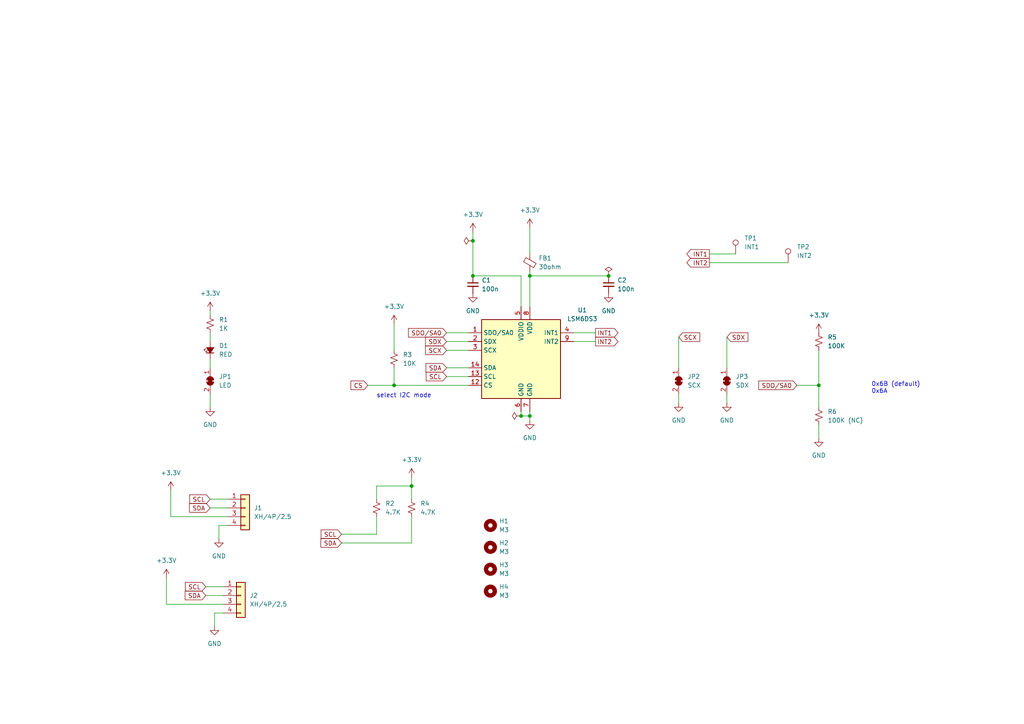
<source format=kicad_sch>
(kicad_sch (version 20211123) (generator eeschema)
  (paper "A4")
  (lib_symbols
    (symbol "Connector:TestPoint" (pin_numbers hide) (pin_names (offset 0.762) hide)
      (property "Reference" "TP" (at 0 6.858 0))
      (property "Value" "TestPoint" (at 0 5.08 0))
      (symbol "TestPoint_0_1"
        (circle (center 0 3.302) (radius 0.762))
      )
      (symbol "TestPoint_1_1"
        (pin passive line (at 0 0 90) (length 2.54) (name "1") (number "1"))
      )
    )
    (symbol "Connector_Generic:Conn_01x04" (pin_names (offset 1.016) hide)
      (property "Reference" "J" (at 0 5.08 0))
      (property "Value" "Conn_01x04" (at 0 -7.62 0))
      (symbol "Conn_01x04_1_1"
        (rectangle (start -1.27 -4.953) (end 0 -5.207) (stroke (width 0.1524)))
        (rectangle (start -1.27 -2.413) (end 0 -2.667) (stroke (width 0.1524)))
        (rectangle (start -1.27 0.127) (end 0 -0.127) (stroke (width 0.1524)))
        (rectangle (start -1.27 2.667) (end 0 2.413) (stroke (width 0.1524)))
        (rectangle (start -1.27 3.81) (end 1.27 -6.35) (stroke (width 0.254)) (fill (type background)))
        (pin passive line (at -5.08 2.54 0) (length 3.81) (name "Pin_1") (number "1"))
        (pin passive line (at -5.08 0 0) (length 3.81) (name "Pin_2") (number "2"))
        (pin passive line (at -5.08 -2.54 0) (length 3.81) (name "Pin_3") (number "3"))
        (pin passive line (at -5.08 -5.08 0) (length 3.81) (name "Pin_4") (number "4"))
      )
    )
    (symbol "Device:C_Small" (pin_numbers hide) (pin_names (offset 0.254) hide)
      (property "Reference" "C" (at 0.254 1.778 0))
      (property "Value" "C_Small" (at 0.254 -2.032 0))
      (symbol "C_Small_0_1"
        (polyline (pts (xy -1.524 -0.508) (xy 1.524 -0.508)) (stroke (width 0.3302)))
        (polyline (pts (xy -1.524 0.508) (xy 1.524 0.508)) (stroke (width 0.3048)))
      )
      (symbol "C_Small_1_1"
        (pin passive line (at 0 2.54 270) (length 2.032) (name "~") (number "1"))
        (pin passive line (at 0 -2.54 90) (length 2.032) (name "~") (number "2"))
      )
    )
    (symbol "Device:FerriteBead_Small" (pin_numbers hide) (pin_names (offset 0))
      (property "Reference" "FB" (at 1.905 1.27 0))
      (property "Value" "FerriteBead_Small" (at 1.905 -1.27 0))
      (symbol "FerriteBead_Small_0_1"
        (polyline (pts (xy 0 -1.27) (xy 0 -0.7874)))
        (polyline (pts (xy 0 0.889) (xy 0 1.2954)))
        (polyline (pts (xy -1.8288 0.2794) (xy -1.1176 1.4986) (xy 1.8288 -0.2032) (xy 1.1176 -1.4224) (xy -1.8288 0.2794)))
      )
      (symbol "FerriteBead_Small_1_1"
        (pin passive line (at 0 2.54 270) (length 1.27) (name "~") (number "1"))
        (pin passive line (at 0 -2.54 90) (length 1.27) (name "~") (number "2"))
      )
    )
    (symbol "Device:LED_Small_Filled" (pin_numbers hide) (pin_names (offset 0.254) hide)
      (property "Reference" "D" (at -1.27 3.175 0))
      (property "Value" "LED_Small_Filled" (at -4.445 -2.54 0))
      (symbol "LED_Small_Filled_0_1"
        (polyline (pts (xy -0.762 -1.016) (xy -0.762 1.016)) (stroke (width 0.254)))
        (polyline (pts (xy 1.016 0) (xy -0.762 0)))
        (polyline (pts (xy 0.762 -1.016) (xy -0.762 0) (xy 0.762 1.016) (xy 0.762 -1.016)) (stroke (width 0.254)) (fill (type outline)))
        (polyline (pts (xy 0 0.762) (xy -0.508 1.27) (xy -0.254 1.27) (xy -0.508 1.27) (xy -0.508 1.016)))
        (polyline (pts (xy 0.508 1.27) (xy 0 1.778) (xy 0.254 1.778) (xy 0 1.778) (xy 0 1.524)))
      )
      (symbol "LED_Small_Filled_1_1"
        (pin passive line (at -2.54 0 0) (length 1.778) (name "K") (number "1"))
        (pin passive line (at 2.54 0 180) (length 1.778) (name "A") (number "2"))
      )
    )
    (symbol "Device:R_Small_US" (pin_numbers hide) (pin_names (offset 0.254) hide)
      (property "Reference" "R" (at 0.762 0.508 0))
      (property "Value" "R_Small_US" (at 0.762 -1.016 0))
      (symbol "R_Small_US_1_1"
        (polyline (pts (xy 0 0) (xy 1.016 -0.381) (xy 0 -0.762) (xy -1.016 -1.143) (xy 0 -1.524)))
        (polyline (pts (xy 0 1.524) (xy 1.016 1.143) (xy 0 0.762) (xy -1.016 0.381) (xy 0 0)))
        (pin passive line (at 0 2.54 270) (length 1.016) (name "~") (number "1"))
        (pin passive line (at 0 -2.54 90) (length 1.016) (name "~") (number "2"))
      )
    )
    (symbol "Jumper:SolderJumper_2_Bridged" (pin_names (offset 0) hide)
      (property "Reference" "JP" (at 0 2.032 0))
      (property "Value" "SolderJumper_2_Bridged" (at 0 -2.54 0))
      (symbol "SolderJumper_2_Bridged_0_1"
        (rectangle (start -0.508 0.508) (end 0.508 -0.508) (fill (type outline)))
        (arc (start -0.254 1.016) (mid -1.27 0) (end -0.254 -1.016))
        (arc (start -0.254 1.016) (mid -1.27 0) (end -0.254 -1.016) (fill (type outline)))
        (polyline (pts (xy -0.254 1.016) (xy -0.254 -1.016)))
        (polyline (pts (xy 0.254 1.016) (xy 0.254 -1.016)))
        (arc (start 0.254 -1.016) (mid 1.27 0) (end 0.254 1.016))
        (arc (start 0.254 -1.016) (mid 1.27 0) (end 0.254 1.016) (fill (type outline)))
      )
      (symbol "SolderJumper_2_Bridged_1_1"
        (pin passive line (at -3.81 0 0) (length 2.54) (name "A") (number "1"))
        (pin passive line (at 3.81 0 180) (length 2.54) (name "B") (number "2"))
      )
    )
    (symbol "Mechanical:MountingHole" (pin_names (offset 1.016))
      (property "Reference" "H" (at 0 5.08 0))
      (property "Value" "MountingHole" (at 0 3.175 0))
      (symbol "MountingHole_0_1"
        (circle (center 0 0) (radius 1.27) (stroke (width 1.27)))
      )
    )
    (symbol "Sensor_Motion:LSM6DS3"
      (property "Reference" "U" (at -11.43 15.24 0))
      (property "Value" "LSM6DS3" (at -11.43 12.7 0))
      (symbol "LSM6DS3_0_1"
        (rectangle (start 11.43 11.43) (end -11.43 -11.43) (stroke (width 0.254)) (fill (type background)))
      )
      (symbol "LSM6DS3_1_1"
        (pin bidirectional line (at -15.24 7.62 0) (length 3.81) (name "SDO/SA0") (number "1"))
        (pin no_connect line (at 10.16 -5.08 180) (length 3.81) hide (name "NC") (number "10"))
        (pin no_connect line (at 10.16 -2.54 180) (length 3.81) hide (name "NC") (number "11"))
        (pin input line (at -15.24 -7.62 0) (length 3.81) (name "CS") (number "12"))
        (pin input line (at -15.24 -5.08 0) (length 3.81) (name "SCL") (number "13"))
        (pin bidirectional line (at -15.24 -2.54 0) (length 3.81) (name "SDA") (number "14"))
        (pin bidirectional line (at -15.24 5.08 0) (length 3.81) (name "SDX") (number "2"))
        (pin input line (at -15.24 2.54 0) (length 3.81) (name "SCX") (number "3"))
        (pin output line (at 15.24 7.62 180) (length 3.81) (name "INT1") (number "4"))
        (pin power_in line (at 0 15.24 270) (length 3.81) (name "VDDIO") (number "5"))
        (pin power_in line (at 0 -15.24 90) (length 3.81) (name "GND") (number "6"))
        (pin power_in line (at 2.54 -15.24 90) (length 3.81) (name "GND") (number "7"))
        (pin power_in line (at 2.54 15.24 270) (length 3.81) (name "VDD") (number "8"))
        (pin output line (at 15.24 5.08 180) (length 3.81) (name "INT2") (number "9"))
      )
    )
    (symbol "power:+3.3V" (power) (pin_names (offset 0))
      (property "Value" "+3.3V" (at 0 3.556 0))
      (symbol "+3.3V_0_1"
        (polyline (pts (xy -0.762 1.27) (xy 0 2.54)))
        (polyline (pts (xy 0 0) (xy 0 2.54)))
        (polyline (pts (xy 0 2.54) (xy 0.762 1.27)))
      )
      (symbol "+3.3V_1_1"
        (pin power_in line (at 0 0 90) (length 0) hide (name "+3.3V") (number "1"))
      )
    )
    (symbol "power:GND" (power) (pin_names (offset 0))
      (property "Value" "GND" (at 0 -3.81 0))
      (symbol "GND_0_1"
        (polyline (pts (xy 0 0) (xy 0 -1.27) (xy 1.27 -1.27) (xy 0 -2.54) (xy -1.27 -1.27) (xy 0 -1.27)))
      )
      (symbol "GND_1_1"
        (pin power_in line (at 0 0 270) (length 0) hide (name "GND") (number "1"))
      )
    )
    (symbol "power:PWR_FLAG" (power) (pin_numbers hide) (pin_names (offset 0) hide)
      (property "Value" "PWR_FLAG" (at 0 3.81 0))
      (symbol "PWR_FLAG_0_0"
        (pin power_out line (at 0 0 90) (length 0) (name "pwr") (number "1"))
      )
      (symbol "PWR_FLAG_0_1"
        (polyline (pts (xy 0 0) (xy 0 1.27) (xy -1.016 1.905) (xy 0 2.54) (xy 1.016 1.905) (xy 0 1.27)))
      )
    )
  )
  (junction (at 237.49 111.76))
  (junction (at 137.16 80.01))
  (junction (at 151.13 120.65))
  (junction (at 119.38 140.97))
  (junction (at 176.53 80.01))
  (junction (at 153.67 120.65))
  (junction (at 137.16 69.85))
  (junction (at 114.3 111.76))
  (junction (at 153.67 80.01))
  (wire (pts (xy 59.69 172.72) (xy 64.77 172.72)))
  (wire (pts (xy 99.06 157.48) (xy 119.38 157.48)))
  (wire (pts (xy 137.16 80.01) (xy 151.13 80.01)))
  (wire (pts (xy 237.49 123.19) (xy 237.49 127)))
  (wire (pts (xy 153.67 120.65) (xy 153.67 119.38)))
  (wire (pts (xy 59.69 170.18) (xy 64.77 170.18)))
  (wire (pts (xy 205.74 76.2) (xy 228.6 76.2)))
  (wire (pts (xy 48.26 167.64) (xy 48.26 175.26)))
  (wire (pts (xy 60.96 96.52) (xy 60.96 99.06)))
  (wire (pts (xy 114.3 106.68) (xy 114.3 111.76)))
  (wire (pts (xy 151.13 88.9) (xy 151.13 80.01)))
  (wire (pts (xy 151.13 120.65) (xy 153.67 120.65)))
  (wire (pts (xy 114.3 111.76) (xy 135.89 111.76)))
  (wire (pts (xy 129.54 96.52) (xy 135.89 96.52)))
  (wire (pts (xy 109.22 144.78) (xy 109.22 140.97)))
  (wire (pts (xy 109.22 140.97) (xy 119.38 140.97)))
  (wire (pts (xy 62.23 177.8) (xy 62.23 181.61)))
  (wire (pts (xy 119.38 144.78) (xy 119.38 140.97)))
  (wire (pts (xy 60.96 144.78) (xy 66.04 144.78)))
  (wire (pts (xy 60.96 114.3) (xy 60.96 118.11)))
  (wire (pts (xy 129.54 99.06) (xy 135.89 99.06)))
  (wire (pts (xy 114.3 93.98) (xy 114.3 101.6)))
  (wire (pts (xy 63.5 152.4) (xy 63.5 156.21)))
  (wire (pts (xy 119.38 138.43) (xy 119.38 140.97)))
  (wire (pts (xy 64.77 175.26) (xy 48.26 175.26)))
  (wire (pts (xy 106.68 111.76) (xy 114.3 111.76)))
  (wire (pts (xy 153.67 80.01) (xy 153.67 88.9)))
  (wire (pts (xy 129.54 109.22) (xy 135.89 109.22)))
  (wire (pts (xy 153.67 78.74) (xy 153.67 80.01)))
  (wire (pts (xy 137.16 69.85) (xy 137.16 80.01)))
  (wire (pts (xy 129.54 106.68) (xy 135.89 106.68)))
  (wire (pts (xy 66.04 149.86) (xy 49.53 149.86)))
  (wire (pts (xy 196.85 114.3) (xy 196.85 116.84)))
  (wire (pts (xy 109.22 149.86) (xy 109.22 154.94)))
  (wire (pts (xy 60.96 104.14) (xy 60.96 106.68)))
  (wire (pts (xy 166.37 96.52) (xy 172.72 96.52)))
  (wire (pts (xy 196.85 97.79) (xy 196.85 106.68)))
  (wire (pts (xy 64.77 177.8) (xy 62.23 177.8)))
  (wire (pts (xy 129.54 101.6) (xy 135.89 101.6)))
  (wire (pts (xy 205.74 73.66) (xy 213.36 73.66)))
  (wire (pts (xy 210.82 97.79) (xy 210.82 106.68)))
  (wire (pts (xy 151.13 119.38) (xy 151.13 120.65)))
  (wire (pts (xy 49.53 142.24) (xy 49.53 149.86)))
  (wire (pts (xy 99.06 154.94) (xy 109.22 154.94)))
  (wire (pts (xy 60.96 147.32) (xy 66.04 147.32)))
  (wire (pts (xy 119.38 149.86) (xy 119.38 157.48)))
  (wire (pts (xy 60.96 90.17) (xy 60.96 91.44)))
  (wire (pts (xy 137.16 67.31) (xy 137.16 69.85)))
  (wire (pts (xy 237.49 111.76) (xy 237.49 118.11)))
  (wire (pts (xy 153.67 80.01) (xy 176.53 80.01)))
  (wire (pts (xy 237.49 101.6) (xy 237.49 111.76)))
  (wire (pts (xy 166.37 99.06) (xy 172.72 99.06)))
  (wire (pts (xy 153.67 66.04) (xy 153.67 73.66)))
  (wire (pts (xy 153.67 120.65) (xy 153.67 121.92)))
  (wire (pts (xy 210.82 114.3) (xy 210.82 116.84)))
  (wire (pts (xy 231.14 111.76) (xy 237.49 111.76)))
  (wire (pts (xy 66.04 152.4) (xy 63.5 152.4)))
  (text "0x6B (default)\n0x6A" (at 252.73 114.3 0) (effects (font (size 1.27 1.27)) (justify left bottom)))
  (text "select I2C mode" (at 109.178 115.5434 0) (effects (font (size 1.27 1.27)) (justify left bottom)))
  (global_label "SDX" (shape input) (at 129.54 99.06 180) (property "Intersheet References" "${INTERSHEET_REFS}" (effects hide)))
  (global_label "SDX" (shape input) (at 210.82 97.79 0) (property "Intersheet References" "${INTERSHEET_REFS}" (effects hide)))
  (global_label "INT2" (shape output) (at 205.74 76.2 180) (property "Intersheet References" "${INTERSHEET_REFS}" (effects hide)))
  (global_label "SDA" (shape input) (at 60.96 147.32 180) (property "Intersheet References" "${INTERSHEET_REFS}" (effects hide)))
  (global_label "SDA" (shape input) (at 129.54 106.68 180) (property "Intersheet References" "${INTERSHEET_REFS}" (effects hide)))
  (global_label "SDA" (shape input) (at 99.06 157.48 180) (property "Intersheet References" "${INTERSHEET_REFS}" (effects hide)))
  (global_label "SDA" (shape input) (at 59.69 172.72 180) (property "Intersheet References" "${INTERSHEET_REFS}" (effects hide)))
  (global_label "SCL" (shape input) (at 59.69 170.18 180) (property "Intersheet References" "${INTERSHEET_REFS}" (effects hide)))
  (global_label "SDO{slash}SA0" (shape input) (at 129.54 96.52 180) (property "Intersheet References" "${INTERSHEET_REFS}" (effects hide)))
  (global_label "SCL" (shape input) (at 129.54 109.22 180) (property "Intersheet References" "${INTERSHEET_REFS}" (effects hide)))
  (global_label "INT1" (shape output) (at 172.72 96.52 0) (property "Intersheet References" "${INTERSHEET_REFS}" (effects hide)))
  (global_label "SDO{slash}SA0" (shape input) (at 231.14 111.76 180) (property "Intersheet References" "${INTERSHEET_REFS}" (effects hide)))
  (global_label "SCL" (shape input) (at 60.96 144.78 180) (property "Intersheet References" "${INTERSHEET_REFS}" (effects hide)))
  (global_label "INT2" (shape output) (at 172.72 99.06 0) (property "Intersheet References" "${INTERSHEET_REFS}" (effects hide)))
  (global_label "SCX" (shape input) (at 196.85 97.79 0) (property "Intersheet References" "${INTERSHEET_REFS}" (effects hide)))
  (global_label "SCL" (shape input) (at 99.06 154.94 180) (property "Intersheet References" "${INTERSHEET_REFS}" (effects hide)))
  (global_label "CS" (shape input) (at 106.68 111.76 180) (property "Intersheet References" "${INTERSHEET_REFS}" (effects hide)))
  (global_label "SCX" (shape input) (at 129.54 101.6 180) (property "Intersheet References" "${INTERSHEET_REFS}" (effects hide)))
  (global_label "INT1" (shape output) (at 205.74 73.66 180) (property "Intersheet References" "${INTERSHEET_REFS}" (effects hide)))
  (symbol (lib_id "Device:R_Small_US") (at 237.49 120.65 0) (unit 1)
    (property "Reference" "R6" (at 240.03 119.3799 0) (effects (justify left)))
    (property "Value" "100K (NC)" (at 240.03 121.9199 0) (effects (justify left)))
    (property "Footprint" "Resistor_SMD:R_0805_2012Metric" (effects hide))
  )
  (symbol (lib_id "Connector_Generic:Conn_01x04") (at 69.85 172.72 0) (unit 1)
    (property "Reference" "J2" (at 72.39 172.7199 0) (effects (justify left)))
    (property "Value" "XH/4P/2.5" (at 72.39 175.2599 0) (effects (justify left)))
    (property "Footprint" "Connector_JST:JST_XH_B4B-XH-A_1x04_P2.50mm_Vertical" (effects hide))
  )
  (symbol (lib_id "power:+3.3V") (at 137.16 67.31 0) (unit 1)
    (property "Reference" "#PWR0110" (effects hide))
    (property "Value" "+3.3V" (at 137.16 62.23 0))
  )
  (symbol (lib_id "power:+3.3V") (at 49.53 142.24 0) (unit 1)
    (property "Reference" "#PWR0104" (effects hide))
    (property "Value" "+3.3V" (at 49.53 137.16 0))
  )
  (symbol (lib_id "power:+3.3V") (at 60.96 90.17 0) (unit 1)
    (property "Reference" "#PWR0102" (effects hide))
    (property "Value" "+3.3V" (at 60.96 85.09 0))
  )
  (symbol (lib_id "power:PWR_FLAG") (at 151.13 120.65 90) (unit 1)
    (property "Reference" "#FLG0102" (effects hide))
    (property "Value" "PWR_FLAG" (effects hide))
  )
  (symbol (lib_id "power:GND") (at 62.23 181.61 0) (unit 1)
    (property "Reference" "#PWR0116" (effects hide))
    (property "Value" "GND" (at 62.23 186.69 0))
  )
  (symbol (lib_id "power:PWR_FLAG") (at 137.16 69.85 90) (unit 1)
    (property "Reference" "#FLG0101" (effects hide))
    (property "Value" "PWR_FLAG" (effects hide))
  )
  (symbol (lib_id "power:+3.3V") (at 119.38 138.43 0) (unit 1)
    (property "Reference" "#PWR0101" (effects hide))
    (property "Value" "+3.3V" (at 119.38 133.35 0))
  )
  (symbol (lib_id "Mechanical:MountingHole") (at 142.24 171.45 0) (unit 1)
    (property "Reference" "H4" (at 144.78 170.1799 0) (effects (justify left)))
    (property "Value" "M3" (at 144.78 172.7199 0) (effects (justify left)))
    (property "Footprint" "MountingHole:MountingHole_3.2mm_M3_Pad_Via" (effects hide))
  )
  (symbol (lib_id "Jumper:SolderJumper_2_Bridged") (at 210.82 110.49 270) (unit 1)
    (property "Reference" "JP3" (at 213.36 109.2199 90) (effects (justify left)))
    (property "Value" "SDX" (at 213.36 111.7599 90) (effects (justify left)))
    (property "Footprint" "Jumper:SolderJumper-2_P1.3mm_Bridged_RoundedPad1.0x1.5mm" (effects hide))
  )
  (symbol (lib_id "Device:C_Small") (at 176.53 82.55 0) (unit 1)
    (property "Reference" "C2" (at 179.07 81.2862 0) (effects (justify left)))
    (property "Value" "100n" (at 179.07 83.8262 0) (effects (justify left)))
    (property "Footprint" "Capacitor_SMD:C_0805_2012Metric" (effects hide))
  )
  (symbol (lib_id "Device:LED_Small_Filled") (at 60.96 101.6 90) (unit 1)
    (property "Reference" "D1" (at 63.5 100.2664 90) (effects (justify right)))
    (property "Value" "RED" (at 63.5 102.8064 90) (effects (justify right)))
    (property "Footprint" "LED_SMD:LED_0805_2012Metric" (effects hide))
  )
  (symbol (lib_id "Mechanical:MountingHole") (at 142.24 152.4 0) (unit 1)
    (property "Reference" "H1" (at 144.78 151.1299 0) (effects (justify left)))
    (property "Value" "M3" (at 144.78 153.6699 0) (effects (justify left)))
    (property "Footprint" "MountingHole:MountingHole_3.2mm_M3_Pad_Via" (effects hide))
  )
  (symbol (lib_id "power:+3.3V") (at 48.26 167.64 0) (unit 1)
    (property "Reference" "#PWR0117" (effects hide))
    (property "Value" "+3.3V" (at 48.26 162.56 0))
  )
  (symbol (lib_id "power:GND") (at 196.85 116.84 0) (unit 1)
    (property "Reference" "#PWR0114" (effects hide))
    (property "Value" "GND" (at 196.85 121.92 0))
  )
  (symbol (lib_id "power:GND") (at 210.82 116.84 0) (unit 1)
    (property "Reference" "#PWR0112" (effects hide))
    (property "Value" "GND" (at 210.82 121.92 0))
  )
  (symbol (lib_id "power:GND") (at 176.53 85.09 0) (unit 1)
    (property "Reference" "#PWR0106" (effects hide))
    (property "Value" "GND" (at 176.53 90.17 0))
  )
  (symbol (lib_id "Mechanical:MountingHole") (at 142.24 165.1 0) (unit 1)
    (property "Reference" "H3" (at 144.78 163.8299 0) (effects (justify left)))
    (property "Value" "M3" (at 144.78 166.3699 0) (effects (justify left)))
    (property "Footprint" "MountingHole:MountingHole_3.2mm_M3_Pad_Via" (effects hide))
  )
  (symbol (lib_id "Jumper:SolderJumper_2_Bridged") (at 196.85 110.49 270) (unit 1)
    (property "Reference" "JP2" (at 199.39 109.2199 90) (effects (justify left)))
    (property "Value" "SCX" (at 199.39 111.7599 90) (effects (justify left)))
    (property "Footprint" "Jumper:SolderJumper-2_P1.3mm_Bridged_RoundedPad1.0x1.5mm" (effects hide))
  )
  (symbol (lib_id "Connector:TestPoint") (at 213.36 73.66 0) (unit 1)
    (property "Reference" "TP1" (at 215.9 69.0879 0) (effects (justify left)))
    (property "Value" "INT1" (at 215.9 71.6279 0) (effects (justify left)))
    (property "Footprint" "TestPoint:TestPoint_Keystone_5000-5004_Miniature" (effects hide))
  )
  (symbol (lib_id "power:GND") (at 137.16 85.09 0) (unit 1)
    (property "Reference" "#PWR0111" (effects hide))
    (property "Value" "GND" (at 137.16 90.17 0))
  )
  (symbol (lib_id "power:+3.3V") (at 237.49 96.52 0) (unit 1)
    (property "Reference" "#PWR0113" (effects hide))
    (property "Value" "+3.3V" (at 237.49 91.44 0))
  )
  (symbol (lib_id "Device:C_Small") (at 137.16 82.55 0) (unit 1)
    (property "Reference" "C1" (at 139.7 81.2862 0) (effects (justify left)))
    (property "Value" "100n" (at 139.7 83.8262 0) (effects (justify left)))
    (property "Footprint" "Capacitor_SMD:C_0805_2012Metric" (effects hide))
  )
  (symbol (lib_id "Connector_Generic:Conn_01x04") (at 71.12 147.32 0) (unit 1)
    (property "Reference" "J1" (at 73.66 147.3199 0) (effects (justify left)))
    (property "Value" "XH/4P/2.5" (at 73.66 149.8599 0) (effects (justify left)))
    (property "Footprint" "Connector_JST:JST_XH_B4B-XH-A_1x04_P2.50mm_Vertical" (effects hide))
  )
  (symbol (lib_id "Sensor_Motion:LSM6DS3") (at 151.13 104.14 0) (unit 1)
    (property "Reference" "U1" (at 168.91 89.9412 0))
    (property "Value" "LSM6DS3" (at 168.91 92.4812 0))
    (property "Footprint" "Package_LGA:LGA-14_3x2.5mm_P0.5mm_LayoutBorder3x4y" (effects hide))
    (property "Datasheet" "www.st.com/resource/en/datasheet/lsm6ds3.pdf" (effects hide))
  )
  (symbol (lib_id "Device:R_Small_US") (at 114.3 104.14 0) (unit 1)
    (property "Reference" "R3" (at 116.84 102.8699 0) (effects (justify left)))
    (property "Value" "10K" (at 116.84 105.4099 0) (effects (justify left)))
    (property "Footprint" "Resistor_SMD:R_0805_2012Metric" (effects hide))
  )
  (symbol (lib_id "power:+3.3V") (at 114.3 93.98 0) (unit 1)
    (property "Reference" "#PWR0109" (effects hide))
    (property "Value" "+3.3V" (at 114.3 88.9 0))
  )
  (symbol (lib_id "Jumper:SolderJumper_2_Bridged") (at 60.96 110.49 270) (unit 1)
    (property "Reference" "JP1" (at 63.5 109.2199 90) (effects (justify left)))
    (property "Value" "LED" (at 63.5 111.7599 90) (effects (justify left)))
    (property "Footprint" "Jumper:SolderJumper-2_P1.3mm_Bridged_RoundedPad1.0x1.5mm" (effects hide))
  )
  (symbol (lib_id "power:+3.3V") (at 153.67 66.04 0) (unit 1)
    (property "Reference" "#PWR0107" (effects hide))
    (property "Value" "+3.3V" (at 153.67 60.96 0))
  )
  (symbol (lib_id "power:GND") (at 63.5 156.21 0) (unit 1)
    (property "Reference" "#PWR0105" (effects hide))
    (property "Value" "GND" (at 63.5 161.29 0))
  )
  (symbol (lib_id "power:PWR_FLAG") (at 176.53 80.01 0) (unit 1)
    (property "Reference" "#FLG0103" (effects hide))
    (property "Value" "PWR_FLAG" (effects hide))
  )
  (symbol (lib_id "Device:R_Small_US") (at 109.22 147.32 0) (unit 1)
    (property "Reference" "R2" (at 111.76 146.0499 0) (effects (justify left)))
    (property "Value" "4.7K" (at 111.76 148.5899 0) (effects (justify left)))
    (property "Footprint" "Resistor_SMD:R_0805_2012Metric" (effects hide))
  )
  (symbol (lib_id "power:GND") (at 153.67 121.92 0) (unit 1)
    (property "Reference" "#PWR0108" (effects hide))
    (property "Value" "GND" (at 153.67 127 0))
  )
  (symbol (lib_id "Connector:TestPoint") (at 228.6 76.2 0) (unit 1)
    (property "Reference" "TP2" (at 231.14 71.6279 0) (effects (justify left)))
    (property "Value" "INT2" (at 231.14 74.1679 0) (effects (justify left)))
    (property "Footprint" "TestPoint:TestPoint_Keystone_5000-5004_Miniature" (effects hide))
  )
  (symbol (lib_id "power:GND") (at 60.96 118.11 0) (unit 1)
    (property "Reference" "#PWR0103" (effects hide))
    (property "Value" "GND" (at 60.96 123.19 0))
  )
  (symbol (lib_id "Mechanical:MountingHole") (at 142.24 158.75 0) (unit 1)
    (property "Reference" "H2" (at 144.78 157.4799 0) (effects (justify left)))
    (property "Value" "M3" (at 144.78 160.0199 0) (effects (justify left)))
    (property "Footprint" "MountingHole:MountingHole_3.2mm_M3_Pad_Via" (effects hide))
  )
  (symbol (lib_id "power:GND") (at 237.49 127 0) (unit 1)
    (property "Reference" "#PWR0115" (effects hide))
    (property "Value" "GND" (at 237.49 132.08 0))
  )
  (symbol (lib_id "Device:FerriteBead_Small") (at 153.67 76.2 0) (unit 1)
    (property "Reference" "FB1" (at 156.21 74.8918 0) (effects (justify left)))
    (property "Value" "30ohm" (at 156.21 77.4318 0) (effects (justify left)))
    (property "Footprint" "Resistor_SMD:R_0805_2012Metric" (effects hide))
  )
  (symbol (lib_id "Device:R_Small_US") (at 60.96 93.98 0) (unit 1)
    (property "Reference" "R1" (at 63.5 92.7099 0) (effects (justify left)))
    (property "Value" "1K" (at 63.5 95.2499 0) (effects (justify left)))
    (property "Footprint" "Resistor_SMD:R_0805_2012Metric" (effects hide))
  )
  (symbol (lib_id "Device:R_Small_US") (at 119.38 147.32 0) (unit 1)
    (property "Reference" "R4" (at 121.92 146.0499 0) (effects (justify left)))
    (property "Value" "4.7K" (at 121.92 148.5899 0) (effects (justify left)))
    (property "Footprint" "Resistor_SMD:R_0805_2012Metric" (effects hide))
  )
  (symbol (lib_id "Device:R_Small_US") (at 237.49 99.06 0) (unit 1)
    (property "Reference" "R5" (at 240.03 97.7899 0) (effects (justify left)))
    (property "Value" "100K" (at 240.03 100.3299 0) (effects (justify left)))
    (property "Footprint" "Resistor_SMD:R_0805_2012Metric" (effects hide))
  )
)
</source>
